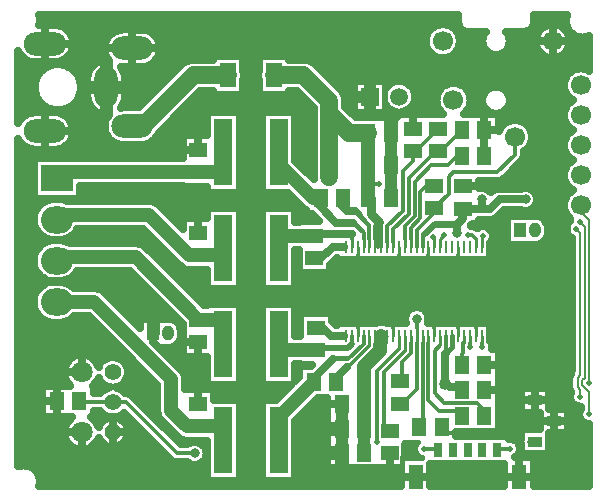
<source format=gbr>
G04 DipTrace 3.3.1.3*
G04 Bottom.gbr*
%MOIN*%
G04 #@! TF.FileFunction,Copper,L2,Bot*
G04 #@! TF.Part,Single*
G04 #@! TA.AperFunction,Conductor*
%ADD13C,0.01122*%
%ADD14C,0.012992*%
G04 #@! TA.AperFunction,CopperBalancing*
%ADD15C,0.03937*%
%ADD16C,0.025984*%
G04 #@! TA.AperFunction,Conductor*
%ADD17C,0.007874*%
G04 #@! TA.AperFunction,ViaPad*
%ADD20C,0.031496*%
G04 #@! TA.AperFunction,Conductor*
%ADD21C,0.059055*%
%ADD22C,0.015748*%
%ADD23C,0.023622*%
G04 #@! TA.AperFunction,ViaPad*
%ADD24C,0.019685*%
G04 #@! TA.AperFunction,CopperBalancing*
%ADD25C,0.047244*%
%ADD26C,0.043307*%
%ADD27C,0.003937*%
%ADD28C,0.025*%
%ADD29C,0.017717*%
%ADD31R,0.059055X0.051181*%
%ADD32R,0.051181X0.059055*%
%ADD37R,0.055118X0.082677*%
G04 #@! TA.AperFunction,ComponentPad*
%ADD40O,0.137795X0.07874*%
%ADD41O,0.07874X0.137795*%
%ADD42O,0.141732X0.07874*%
%ADD43C,0.066929*%
%ADD44R,0.066929X0.066929*%
%ADD45R,0.05937X0.05937*%
%ADD46C,0.05937*%
%ADD47R,0.106299X0.090551*%
%ADD48O,0.106299X0.090551*%
%ADD49R,0.031496X0.047244*%
%ADD50R,0.051181X0.084646*%
G04 #@! TA.AperFunction,ComponentPad*
%ADD51R,0.03937X0.051181*%
%ADD52O,0.03937X0.051181*%
%ADD53R,0.062992X0.224409*%
%ADD62R,0.049213X0.035433*%
%ADD67R,0.01122X0.03937*%
%ADD68R,0.334646X0.137795*%
G04 #@! TA.AperFunction,ComponentPad*
%ADD73C,0.055118*%
%ADD74C,0.070866*%
G04 #@! TA.AperFunction,ViaPad*
%ADD77C,0.04*%
%FSLAX26Y26*%
G04*
G70*
G90*
G75*
G01*
G04 Bottom*
%LPD*%
X1695290Y1223858D2*
D13*
Y1197677D1*
D14*
Y1174261D1*
X1793715Y1223858D2*
D13*
Y1197677D1*
D14*
Y1174261D1*
X1892140Y1223858D2*
D13*
Y1197677D1*
D14*
Y1174261D1*
X1667937Y1604213D2*
D15*
Y1495630D1*
Y1386375D1*
X1668140D1*
X1695290Y1197677D2*
D14*
Y1125433D1*
X1744503Y1076220D1*
X1793715Y1197677D2*
Y1125433D1*
X1744503Y1076220D1*
X1892140Y1197677D2*
Y1154576D1*
X1813785Y1076220D1*
X1744503D1*
X1675605Y928583D2*
D13*
Y954764D1*
D14*
Y1007323D1*
X1744503Y1076220D1*
X1505585Y699046D2*
D15*
Y618720D1*
Y538395D1*
X1505381D1*
X1557495Y1223858D2*
D13*
Y1197677D1*
D14*
Y1186072D1*
X1585772Y1157795D1*
X1662928D1*
X1744503Y1076220D1*
X1557495Y928583D2*
D13*
Y954764D1*
D14*
Y1004970D1*
X1628745Y1076220D1*
X1744503D1*
X1813400Y928583D2*
D13*
Y954764D1*
D14*
Y1007323D1*
X1744503Y1076220D1*
X1892140Y928583D2*
D13*
Y954764D1*
D14*
Y1027156D1*
X1843076Y1076220D1*
X1744503D1*
X1951196Y928583D2*
D13*
Y954764D1*
D14*
Y1056151D1*
X1931126Y1076220D1*
X1744503D1*
X1837740Y622362D2*
Y602677D1*
X2014906D1*
X2066087Y653858D1*
Y705039D1*
X2073961Y712913D1*
X2148764D1*
X1979472Y1527874D2*
D16*
Y1614488D1*
X1026717Y701102D2*
Y756220D1*
X875732Y907205D1*
Y935945D1*
X1852770Y928583D2*
D14*
Y869676D1*
D16*
X1849551Y866457D1*
Y771969D1*
X1865299Y756220D1*
X1892858D1*
X1900732Y748346D1*
X1904669D1*
X1849551Y768031D2*
D14*
Y771969D1*
X1872455Y928583D2*
D22*
Y889361D1*
X1852770Y869676D1*
X741283Y706614D2*
D14*
X784984D1*
X955850Y535748D1*
X1014906D1*
X741283Y706614D2*
X631441D1*
X629079Y708976D1*
X2117268Y1382205D2*
D16*
X2030654D1*
X1999157Y1350709D1*
X1966955D1*
X1908606D1*
Y1319213D1*
X1888921Y1299528D1*
D23*
X1814118D1*
D24*
X1782622Y1268031D1*
X1778685D1*
D14*
X1774030Y1263377D1*
Y1223858D1*
X1888921Y1271969D2*
D16*
Y1299528D1*
X1904669Y1315276D1*
Y1346772D1*
X1908606Y1350709D1*
X1971598Y1382205D2*
Y1355352D1*
D14*
X1966955Y1350709D1*
X1734660Y1223858D2*
D13*
Y1250039D1*
D14*
Y1286999D1*
X1766874Y1319213D1*
Y1405827D1*
X1786559Y1425512D1*
X1812596D1*
Y1427612D1*
X2329866Y771969D2*
D17*
Y1315276D1*
X2282622Y1362520D1*
X2302307D1*
X2133016Y575118D2*
D14*
X2148764D1*
X2286559Y1283780D2*
D17*
X2298370Y1271969D1*
Y795591D1*
X2290496Y787717D1*
Y756220D1*
X2298370Y748346D1*
Y724724D1*
X1932228Y890079D2*
D14*
Y901684D1*
X1931510Y902402D1*
D13*
Y928583D1*
X1621205Y575118D2*
D14*
Y811339D1*
X1695290Y885424D1*
D13*
Y928583D1*
X1537810D2*
D14*
Y899757D1*
D24*
X1524375Y886323D1*
X1419738D1*
Y880277D1*
D25*
X1313324D1*
X1294433Y899168D1*
X1924354Y1264094D2*
D14*
X1937140D1*
X1951196Y1250039D1*
D13*
Y1223858D1*
X1971598Y890079D2*
D14*
Y901684D1*
X1970881Y902402D1*
D13*
Y928583D1*
Y1223858D2*
Y1260157D1*
X1975535D1*
X1125147Y1795591D2*
D21*
X1010969D1*
X841677Y1626299D1*
X806244D1*
X1734660Y928583D2*
D13*
Y902402D1*
D14*
Y869676D1*
X1703882Y838898D1*
Y779843D1*
X1699945Y775906D1*
X2298370Y1307402D2*
D17*
X2314118Y1291654D1*
Y787717D1*
X2306244Y779843D1*
Y764094D1*
X2329866Y740472D1*
Y665669D1*
X1778685Y551496D2*
D14*
X1821992D1*
X1825929Y547559D1*
X1877110Y535748D2*
Y545591D1*
X1875142Y547559D1*
X1924354Y535748D2*
Y547559D1*
X1975535Y535748D2*
Y545591D1*
X1973567Y547559D1*
X2066087Y551496D2*
X2026717D1*
X2022780Y547559D1*
X1593134Y1495630D2*
D25*
Y1604213D1*
Y1495630D2*
Y1386375D1*
X1593337D1*
X1463724Y1457008D2*
D21*
Y1669606D1*
Y1708976D1*
X1377110Y1795591D1*
X1278685D1*
X1616550Y1223858D2*
D13*
Y1250039D1*
D14*
Y1294873D1*
X1629079Y1307402D1*
D20*
X1601520Y1334961D1*
Y1386375D1*
X1593337D1*
X1636235Y1223858D2*
D13*
Y1250039D1*
D14*
Y1300245D1*
X1629079Y1307402D1*
X1625142Y1224724D2*
X1629079Y1307402D1*
X1593134Y1604213D2*
D21*
X1529118D1*
X1463724Y1669606D1*
X1580184Y538395D2*
D15*
Y618720D1*
X1580388D1*
Y699046D2*
D25*
Y618720D1*
X1655920Y928583D2*
D13*
X1636235D1*
X1616550D1*
X1636235D2*
D25*
X1633016Y878268D1*
X1580388Y825640D1*
Y699046D1*
D14*
D3*
X1629079Y1433386D2*
X1605457D1*
Y1398495D1*
X1593337Y1386375D1*
X1754345Y1223858D2*
Y1279125D1*
X1812596Y1337375D1*
Y1352808D1*
X1861362Y1401575D1*
Y1457008D1*
X1877110Y1472756D1*
X2022780D1*
X2081835Y1531811D1*
Y1590866D1*
X1714975Y1223858D2*
D13*
Y1250039D1*
D14*
Y1294873D1*
X1747189Y1327087D1*
Y1441260D1*
X1802307Y1496378D1*
X1857425D1*
X1904669Y1543622D1*
Y1527874D1*
X1754345Y928583D2*
D13*
Y902402D1*
D14*
Y751566D1*
X1703882Y701102D1*
X1699945D1*
X1754345Y928583D2*
D13*
Y954764D1*
D14*
Y983849D1*
X1755063Y984567D1*
X1714975Y928583D2*
D13*
Y877550D1*
D14*
X1644827Y807402D1*
Y610551D1*
X1664512D1*
X1833085Y928583D2*
D13*
Y897235D1*
D14*
X1814118Y878268D1*
Y736535D1*
X1845614Y705039D1*
X1955850D1*
X1975535Y685354D1*
X1979983Y660366D1*
X1793715Y928583D2*
D13*
Y902402D1*
D14*
Y713631D1*
X1829866Y677480D1*
X1905180D1*
Y660366D1*
X1904975Y831243D2*
Y866151D1*
X1908606Y869782D1*
Y902402D1*
D13*
X1911825D1*
Y928583D1*
X1774030D2*
Y902402D1*
D14*
Y646702D1*
X1762937Y635609D1*
Y622362D1*
X1411864Y773811D2*
D25*
X1294433Y656381D1*
Y579055D1*
X1577180Y928583D2*
D14*
Y901172D1*
X1524827Y848819D1*
X1474370D1*
D16*
X1411864Y786312D1*
D14*
Y773811D1*
X1522780Y823150D2*
D16*
X1486667Y787037D1*
D14*
Y773811D1*
X1596865Y928583D2*
D13*
Y893298D1*
D14*
X1486667Y783100D1*
Y773811D1*
X1518125Y928583D2*
D13*
X1511874D1*
D16*
X1469614D1*
X1443117Y955080D1*
D14*
X1419738D1*
X1577180Y1223858D2*
D13*
Y1250039D1*
D14*
Y1271064D1*
X1543127Y1305117D1*
D16*
X1486871D1*
X1430615Y1361373D1*
D14*
Y1383129D1*
X1433862Y1386375D1*
D25*
X1408373D1*
X1294433Y1500315D1*
Y1539395D1*
X1508665Y1386375D2*
D14*
X1499157D1*
Y1366457D1*
D16*
X1522993Y1342621D1*
X1549378D1*
D14*
X1596865Y1295134D1*
Y1250039D1*
D13*
Y1223858D1*
X1537810D2*
Y1250039D1*
D14*
Y1267613D1*
D16*
X1419738D1*
D14*
X1413487Y1261362D1*
D25*
X1294433D1*
Y1219282D1*
X1413487Y1186559D2*
D16*
X1437071D1*
X1474370Y1223858D1*
X1510969D1*
D13*
X1518125D1*
X1109394Y579055D2*
D25*
Y626299D1*
X1026717D1*
X987346D1*
X936165Y677480D1*
Y783780D1*
X680260Y1039685D1*
X554276D1*
X1109394Y899168D2*
Y980630D1*
X1026717D1*
X818055Y1189291D1*
X581835D1*
X570024Y1177480D1*
X554276D1*
X1109394Y1539395D2*
Y1472756D1*
X1026717D1*
X589709D1*
D14*
Y1484567D1*
X554276D1*
Y1453071D1*
X1109394Y1219282D2*
D25*
Y1197165D1*
X1026717D1*
X995220D1*
X861362Y1331024D1*
X554276D1*
Y1315276D1*
X1675605Y1223858D2*
D13*
Y1240472D1*
D14*
Y1283062D1*
X1727504Y1334961D1*
Y1453071D1*
X1818055Y1543622D1*
X1825929D1*
X1833803D1*
X1904669Y1614488D1*
X1825929Y1618425D2*
X1751126Y1543622D1*
X1743252D1*
X1655920Y1223858D2*
D13*
Y1240472D1*
D14*
Y1292896D1*
X1707819Y1344795D1*
Y1476693D1*
X1743252Y1512126D1*
Y1543622D1*
X1845614Y1264094D2*
D13*
X1833085Y1251566D1*
Y1223858D1*
X1810181Y1256220D2*
D14*
X1813400Y1253001D1*
D13*
Y1223858D1*
D15*
X1463724Y1457008D3*
D77*
X1849551Y768031D3*
X2321992Y594803D3*
D24*
X1975535Y1260157D3*
X1971598Y890079D3*
X1924354Y1264094D3*
X1932228Y890079D3*
X1845614Y1264094D3*
X1810181Y1256220D3*
X2298370Y724724D3*
X2329866Y771969D3*
Y665669D3*
X2298370Y1307402D3*
X2286559Y1283780D3*
D15*
X1633016Y878268D3*
D20*
X1755063Y984567D3*
D77*
X1814118Y1043622D3*
D20*
X2117268Y1382205D3*
D24*
X1629079Y1433386D3*
D20*
X1971598Y1382205D3*
D77*
X2243252Y551496D3*
D20*
X1888921Y1271969D3*
D77*
X1207819Y697165D3*
X2188134Y1075118D3*
X1680260D3*
D20*
X1014906Y535748D3*
D77*
X1566087Y1075118D3*
X1947976D3*
X2188134Y866457D3*
X877110Y468819D3*
D20*
X1199945Y1468819D3*
D77*
X660575Y1111535D3*
D20*
X1231441Y1421575D3*
D77*
X1207819Y468819D3*
Y778530D3*
X660575Y1396969D3*
Y1539685D3*
Y968819D3*
D24*
X2133016Y575118D3*
X1081835Y1722756D3*
D77*
X660575Y1254252D3*
X1270811Y1966850D3*
D24*
X1109394Y1722756D3*
D20*
X1172386Y1421575D3*
X1207819Y980630D3*
D24*
X1778685Y551496D3*
X1877110Y535748D3*
X1924354D3*
X1975535D3*
D77*
X1434197Y689291D3*
D24*
X2066087Y551496D3*
D77*
X1434197Y590866D3*
D24*
X1066087Y1870394D3*
D77*
X1727504Y1966850D3*
D24*
X1109394Y1870394D3*
D77*
X2070024Y1075118D3*
Y866457D3*
X2077898Y645984D3*
D24*
X1621205Y575118D3*
X1081835Y1677480D3*
X1109394D3*
X1095614Y1699134D3*
X1066087Y1911732D3*
X1109394D3*
X1087740Y1892047D3*
X1476736Y855546D2*
D27*
X1528260D1*
X1476736Y851740D2*
X1528260D1*
X1528650Y859352D2*
X1476346D1*
X1476339Y850793D1*
X1528650Y850787D1*
X1528657Y859346D1*
X500487Y1970820D2*
D28*
X1889803D1*
X2147858D2*
X2249219D1*
X593499Y1945951D2*
X755396D1*
X857068D2*
X1795392D1*
X1887949D2*
X1904731D1*
X2132966D2*
X2161554D1*
X608606Y1921083D2*
X722168D1*
X890333D2*
X1783514D1*
X1899827D2*
X1971655D1*
X2066042D2*
X2149676D1*
X2265953D2*
X2327841D1*
X611333Y1896214D2*
X712335D1*
X900165D2*
X1784016D1*
X1899324D2*
X1972301D1*
X2065396D2*
X2150179D1*
X2265487D2*
X2327841D1*
X603654Y1871345D2*
X713304D1*
X899196D2*
X1797365D1*
X1886011D2*
X1990853D1*
X2046808D2*
X2163492D1*
X2252138D2*
X2327841D1*
X428719Y1846476D2*
X451565D1*
X578248D2*
X701534D1*
X886816D2*
X994170D1*
X1178519D2*
X1225300D1*
X1393896D2*
X2327841D1*
X428719Y1821608D2*
X513932D1*
X602470D2*
X665686D1*
X773566D2*
X959721D1*
X1178519D2*
X1225300D1*
X1428345D2*
X2327841D1*
X428719Y1796739D2*
X489530D1*
X626871D2*
X655387D1*
X783865D2*
X934853D1*
X1180492D2*
X1223326D1*
X1453212D2*
X2254494D1*
X428719Y1771870D2*
X479698D1*
X636703D2*
X654418D1*
X784833D2*
X909985D1*
X1178519D2*
X1225300D1*
X1478080D2*
X1542085D1*
X1653087D2*
X1669259D1*
X1722738D2*
X2243801D1*
X428719Y1747001D2*
X478657D1*
X637744D2*
X654418D1*
X784833D2*
X885118D1*
X1178519D2*
X1225300D1*
X1502948D2*
X1542085D1*
X1746601D2*
X1829195D1*
X1925018D2*
X1985327D1*
X2052371D2*
X2245164D1*
X428719Y1722133D2*
X486014D1*
X630424D2*
X654598D1*
X784654D2*
X860250D1*
X1014743D2*
X1373322D1*
X1517409D2*
X1542085D1*
X1751446D2*
X1818573D1*
X1935639D2*
X1971188D1*
X2066509D2*
X2259877D1*
X428719Y1697264D2*
X505283D1*
X611154D2*
X661774D1*
X777477D2*
X835382D1*
X989876D2*
X1398190D1*
X1519096D2*
X1542085D1*
X1743838D2*
X1820008D1*
X1934204D2*
X1972983D1*
X2064715D2*
X2254889D1*
X428719Y1672395D2*
X470619D1*
X559194D2*
X685781D1*
X965008D2*
X1052087D1*
X1166713D2*
X1237106D1*
X1351768D2*
X1408381D1*
X1653087D2*
X1685012D1*
X1706985D2*
X1834828D1*
X1919420D2*
X1994370D1*
X2043328D2*
X2243872D1*
X599527Y1647526D2*
X715206D1*
X940140D2*
X1052087D1*
X1166713D2*
X1237106D1*
X1351768D2*
X1408381D1*
X2030876D2*
X2075468D1*
X2088197D2*
X2245021D1*
X610436Y1622657D2*
X711618D1*
X915272D2*
X1052087D1*
X1166713D2*
X1237106D1*
X1351768D2*
X1408381D1*
X2131387D2*
X2259374D1*
X610293Y1597789D2*
X718364D1*
X894101D2*
X1052087D1*
X1166713D2*
X1237106D1*
X1351768D2*
X1408381D1*
X2140717D2*
X2255283D1*
X599061Y1572920D2*
X741330D1*
X871171D2*
X971347D1*
X1166713D2*
X1237106D1*
X1351768D2*
X1408381D1*
X2138205D2*
X2243980D1*
X428719Y1548051D2*
X475930D1*
X553883D2*
X971347D1*
X1166713D2*
X1237106D1*
X1351768D2*
X1408381D1*
X2121663D2*
X2244877D1*
X428719Y1523182D2*
X971347D1*
X1166713D2*
X1237106D1*
X1351768D2*
X1408381D1*
X2112871D2*
X2258836D1*
X428719Y1498314D2*
X475284D1*
X1166713D2*
X1237106D1*
X1365332D2*
X1408381D1*
X2093027D2*
X2255714D1*
X428719Y1473445D2*
X475284D1*
X1166713D2*
X1237106D1*
X1390200D2*
X1408381D1*
X2068160D2*
X2244088D1*
X428719Y1448576D2*
X475284D1*
X1166713D2*
X1237106D1*
X2042754D2*
X2244769D1*
X428719Y1423707D2*
X475284D1*
X633259D2*
X1052087D1*
X1166713D2*
X1237106D1*
X1963952D2*
X2258334D1*
X428719Y1398839D2*
X475284D1*
X633259D2*
X1327031D1*
X2155143D2*
X2256145D1*
X428719Y1373970D2*
X508370D1*
X882833D2*
X1351899D1*
X2157978D2*
X2244195D1*
X428719Y1349101D2*
X484219D1*
X912186D2*
X1052087D1*
X1166713D2*
X1237106D1*
X1351768D2*
X1377341D1*
X2140538D2*
X2244626D1*
X428719Y1324232D2*
X475894D1*
X937054D2*
X1052087D1*
X1166713D2*
X1237106D1*
X1351768D2*
X1413907D1*
X2026534D2*
X2053256D1*
X2170465D2*
X2257867D1*
X428719Y1299364D2*
X477186D1*
X1166713D2*
X1237106D1*
X1941524D2*
X2053256D1*
X2192068D2*
X2254781D1*
X428719Y1274495D2*
X488741D1*
X619802D2*
X848982D1*
X1166713D2*
X1237106D1*
X2007946D2*
X2053256D1*
X2194292D2*
X2252233D1*
X428719Y1249626D2*
X523979D1*
X584564D2*
X873850D1*
X1166713D2*
X1237106D1*
X2009489D2*
X2053256D1*
X2186757D2*
X2268597D1*
X428719Y1224757D2*
X494195D1*
X851327D2*
X898718D1*
X1166713D2*
X1237106D1*
X2002312D2*
X2268597D1*
X428719Y1199888D2*
X479052D1*
X876338D2*
X923585D1*
X1166713D2*
X1237106D1*
X2002312D2*
X2268597D1*
X428719Y1175020D2*
X475356D1*
X901206D2*
X948453D1*
X1166713D2*
X1237106D1*
X1479408D2*
X2268597D1*
X428719Y1150151D2*
X480990D1*
X926074D2*
X971347D1*
X1166713D2*
X1237106D1*
X1468858D2*
X2268597D1*
X428719Y1125282D2*
X499398D1*
X609180D2*
X813170D1*
X950977D2*
X1052087D1*
X1166713D2*
X1237106D1*
X1351768D2*
X2268597D1*
X428719Y1100413D2*
X511994D1*
X596549D2*
X838038D1*
X975845D2*
X1052087D1*
X1166713D2*
X1237106D1*
X1351768D2*
X2268597D1*
X428719Y1075545D2*
X485404D1*
X713065D2*
X862905D1*
X1000713D2*
X2268597D1*
X428719Y1050676D2*
X476181D1*
X738148D2*
X887773D1*
X1025580D2*
X2268597D1*
X428719Y1025807D2*
X476720D1*
X763016D2*
X912641D1*
X1166713D2*
X1237106D1*
X1351768D2*
X2268597D1*
X428719Y1000938D2*
X487306D1*
X787919D2*
X937509D1*
X1166713D2*
X1237106D1*
X1351768D2*
X1364387D1*
X1475102D2*
X1717092D1*
X1793035D2*
X2268597D1*
X428719Y976070D2*
X518238D1*
X590341D2*
X674980D1*
X812787D2*
X830215D1*
X1166713D2*
X1237106D1*
X1351768D2*
X1364387D1*
X1475999D2*
X1714437D1*
X1795691D2*
X2268597D1*
X428719Y951201D2*
X699848D1*
X1166713D2*
X1237106D1*
X1351768D2*
X1364387D1*
X2002312D2*
X2268597D1*
X428719Y926332D2*
X724715D1*
X1166713D2*
X1237106D1*
X2002312D2*
X2268597D1*
X428719Y901463D2*
X749583D1*
X1166713D2*
X1237106D1*
X2005255D2*
X2268597D1*
X428719Y876594D2*
X774451D1*
X912258D2*
X971347D1*
X1166713D2*
X1237106D1*
X2031199D2*
X2268597D1*
X428719Y851726D2*
X597972D1*
X678293D2*
X715242D1*
X767322D2*
X799319D1*
X937126D2*
X1052087D1*
X1166713D2*
X1237106D1*
X2031199D2*
X2268597D1*
X428719Y826857D2*
X580461D1*
X790467D2*
X824186D1*
X961994D2*
X1052087D1*
X1166713D2*
X1237106D1*
X1351768D2*
X1398549D1*
X2031199D2*
X2268597D1*
X428719Y801988D2*
X577052D1*
X794450D2*
X849054D1*
X981945D2*
X1052087D1*
X1166713D2*
X1237106D1*
X2031199D2*
X2264757D1*
X428719Y777119D2*
X584803D1*
X785264D2*
X873922D1*
X985605D2*
X1052087D1*
X1166713D2*
X1237106D1*
X2030876D2*
X2260738D1*
X428719Y752251D2*
X502843D1*
X680482D2*
X716283D1*
X766281D2*
X886732D1*
X985605D2*
X1321398D1*
X2030876D2*
X2098326D1*
X2199209D2*
X2261025D1*
X428719Y727382D2*
X502843D1*
X808876D2*
X886732D1*
X1082062D2*
X1296530D1*
X2030876D2*
X2098326D1*
X2199209D2*
X2262819D1*
X428719Y702513D2*
X502843D1*
X833744D2*
X886732D1*
X1166713D2*
X1237106D1*
X1409469D2*
X1454169D1*
X2031414D2*
X2098326D1*
X2199209D2*
X2271252D1*
X428719Y677644D2*
X502843D1*
X858647D2*
X886732D1*
X1166713D2*
X1237106D1*
X1384602D2*
X1454169D1*
X2031414D2*
X2098326D1*
X2262185D2*
X2296443D1*
X428719Y652776D2*
X599264D1*
X677001D2*
X717359D1*
X765205D2*
X794151D1*
X1166713D2*
X1237106D1*
X1359734D2*
X1454169D1*
X2031414D2*
X2161339D1*
X2262185D2*
X2296801D1*
X428719Y627907D2*
X580856D1*
X790001D2*
X819019D1*
X1166713D2*
X1237106D1*
X1351768D2*
X1454169D1*
X2031414D2*
X2161339D1*
X2262185D2*
X2327841D1*
X428719Y603038D2*
X576980D1*
X794558D2*
X843887D1*
X1166713D2*
X1237106D1*
X1351768D2*
X1454169D1*
X1889169D2*
X2098326D1*
X2262185D2*
X2327841D1*
X428719Y578169D2*
X584229D1*
X785982D2*
X868754D1*
X958118D2*
X971347D1*
X1166713D2*
X1237106D1*
X1351768D2*
X1453954D1*
X2199209D2*
X2327841D1*
X428719Y553301D2*
X610927D1*
X665339D2*
X893622D1*
X1166713D2*
X1237106D1*
X1351768D2*
X1453954D1*
X2199209D2*
X2327841D1*
X428719Y528432D2*
X918490D1*
X1166713D2*
X1237106D1*
X1351768D2*
X1453954D1*
X2092417D2*
X2327841D1*
X428719Y503563D2*
X990258D1*
X1039575D2*
X1052087D1*
X1166713D2*
X1237106D1*
X1351768D2*
X1453954D1*
X2147033D2*
X2327841D1*
X486600Y478694D2*
X1052087D1*
X1166713D2*
X1237106D1*
X1351768D2*
X1699725D1*
X1802545D2*
X2044213D1*
X2147033D2*
X2327841D1*
X499913Y453825D2*
X1052087D1*
X1166713D2*
X1237106D1*
X1351768D2*
X1699725D1*
X1802545D2*
X2044213D1*
X2147033D2*
X2327841D1*
X499949Y428957D2*
X1699725D1*
X1802545D2*
X2044213D1*
X2147033D2*
X2327841D1*
X1692235Y1667342D2*
X1843228Y1667343D1*
X1836953Y1672756D1*
X1831165Y1679532D1*
X1826509Y1687131D1*
X1823098Y1695364D1*
X1821018Y1704029D1*
X1820319Y1712913D1*
X1821018Y1721798D1*
X1823098Y1730463D1*
X1826509Y1738696D1*
X1831165Y1746294D1*
X1836953Y1753071D1*
X1843729Y1758859D1*
X1851328Y1763515D1*
X1859561Y1766925D1*
X1868226Y1769006D1*
X1877110Y1769705D1*
X1885994Y1769006D1*
X1894660Y1766925D1*
X1902893Y1763515D1*
X1910491Y1758859D1*
X1917268Y1753071D1*
X1923055Y1746294D1*
X1927712Y1738696D1*
X1931122Y1730463D1*
X1933202Y1721798D1*
X1933902Y1712913D1*
X1933202Y1704029D1*
X1931122Y1695364D1*
X1927712Y1687131D1*
X1923055Y1679532D1*
X1917268Y1672756D1*
X1910970Y1667346D1*
X2011632Y1667385D1*
X2004598Y1669074D1*
X1997915Y1671842D1*
X1991748Y1675621D1*
X1986248Y1680319D1*
X1981550Y1685819D1*
X1977771Y1691986D1*
X1975003Y1698669D1*
X1973314Y1705702D1*
X1972747Y1712913D1*
X1973314Y1720124D1*
X1975003Y1727158D1*
X1977771Y1733840D1*
X1981550Y1740008D1*
X1986248Y1745508D1*
X1991748Y1750206D1*
X1997915Y1753985D1*
X2004598Y1756753D1*
X2011632Y1758442D1*
X2018843Y1759009D1*
X2026053Y1758442D1*
X2033087Y1756753D1*
X2039770Y1753985D1*
X2045937Y1750206D1*
X2051437Y1745508D1*
X2056135Y1740008D1*
X2059914Y1733840D1*
X2062682Y1727158D1*
X2064371Y1720124D1*
X2064938Y1712913D1*
X2064371Y1705702D1*
X2062682Y1698669D1*
X2059914Y1691986D1*
X2056135Y1685819D1*
X2051437Y1680319D1*
X2045937Y1675621D1*
X2039770Y1671842D1*
X2033087Y1669074D1*
X2025702Y1667344D1*
X2028390Y1667342D1*
Y1610079D1*
X2031233Y1616649D1*
X2035889Y1624247D1*
X2041677Y1631024D1*
X2048454Y1636811D1*
X2056052Y1641468D1*
X2064285Y1644878D1*
X2072951Y1646958D1*
X2081835Y1647657D1*
X2090719Y1646958D1*
X2099384Y1644878D1*
X2107617Y1641468D1*
X2115216Y1636811D1*
X2121992Y1631024D1*
X2127780Y1624247D1*
X2132436Y1616649D1*
X2135846Y1608416D1*
X2137927Y1599750D1*
X2138626Y1590866D1*
X2137927Y1581982D1*
X2135846Y1573317D1*
X2132436Y1565083D1*
X2127780Y1557485D1*
X2121992Y1550709D1*
X2115216Y1544921D1*
X2111667Y1542550D1*
X2111566Y1529471D1*
X2110833Y1524849D1*
X2109387Y1520398D1*
X2107263Y1516229D1*
X2104512Y1512443D1*
X2050957Y1458757D1*
X2042148Y1450078D1*
X2038362Y1447328D1*
X2034192Y1445203D1*
X2029742Y1443757D1*
X2025119Y1443025D1*
X1961453Y1442933D1*
X1961461Y1419935D1*
X1968533Y1421159D1*
X1974664D1*
X1980720Y1420200D1*
X1986552Y1418305D1*
X1992015Y1415521D1*
X1996975Y1411917D1*
X2001311Y1407582D1*
X2002788Y1405709D1*
X2007066Y1409822D1*
X2011677Y1413172D1*
X2016755Y1415759D1*
X2022175Y1417520D1*
X2027804Y1418412D1*
X2076585Y1418524D1*
X2102888D1*
X2108146Y1420200D1*
X2114202Y1421159D1*
X2120333D1*
X2126390Y1420200D1*
X2132221Y1418305D1*
X2137684Y1415521D1*
X2142645Y1411917D1*
X2146980Y1407582D1*
X2150584Y1402621D1*
X2153368Y1397158D1*
X2155263Y1391327D1*
X2156222Y1385270D1*
Y1379139D1*
X2155263Y1373083D1*
X2153368Y1367251D1*
X2150584Y1361788D1*
X2146980Y1356828D1*
X2142645Y1352492D1*
X2137684Y1348888D1*
X2132221Y1346104D1*
X2126390Y1344210D1*
X2120333Y1343250D1*
X2114202D1*
X2108146Y1344210D1*
X2102910Y1345884D1*
X2045679Y1345886D1*
X2022745Y1323091D1*
X2018134Y1319742D1*
X2013056Y1317154D1*
X2007636Y1315393D1*
X2002007Y1314502D1*
X1961465Y1314390D1*
X1961461Y1301791D1*
X1940469D1*
X1937989Y1297865D1*
X1936216Y1295617D1*
X1937048Y1294739D1*
X1939480Y1293826D1*
X1944102Y1293093D1*
X1948553Y1291647D1*
X1952723Y1289523D1*
X1954677Y1288216D1*
X1958205Y1288439D1*
X1962842Y1290802D1*
X1967792Y1292410D1*
X1972933Y1293225D1*
X1978138D1*
X1983279Y1292410D1*
X1988229Y1290802D1*
X1992866Y1288439D1*
X1997077Y1285380D1*
X2000758Y1281699D1*
X2003817Y1277488D1*
X2006180Y1272851D1*
X2007788Y1267901D1*
X2008602Y1262760D1*
Y1257555D1*
X2007788Y1252414D1*
X2006180Y1247464D1*
X2003817Y1242827D1*
X2000758Y1238616D1*
X1999811Y1237592D1*
X1999818Y1180846D1*
X1882888D1*
X1745093Y1180882D1*
X1686038D1*
X1607298D1*
X1548243D1*
X1489188Y1180846D1*
Y1187341D1*
X1466349Y1164474D1*
X1466341Y1137642D1*
X1360633D1*
Y1214418D1*
X1349290Y1214413D1*
X1349256Y1083750D1*
X1239611D1*
Y1354813D1*
X1349256D1*
Y1308343D1*
X1360639Y1308311D1*
X1360633Y1310279D1*
X1430356D1*
X1407096Y1333529D1*
X1384945Y1333521D1*
Y1345686D1*
X1380777Y1348393D1*
X1375175Y1353177D1*
X1324503Y1403849D1*
X1239611Y1403863D1*
Y1674926D1*
X1349256D1*
Y1511904D1*
X1411390Y1449753D1*
X1410870Y1457008D1*
Y1687082D1*
X1355228Y1742726D1*
X1329564Y1742736D1*
X1329571Y1730925D1*
X1227799D1*
Y1781271D1*
X1226481Y1787322D1*
X1225831Y1795591D1*
X1226481Y1803859D1*
X1227797Y1809723D1*
X1227799Y1860256D1*
X1329571D1*
Y1848450D1*
X1381257Y1848282D1*
X1389449Y1846985D1*
X1397337Y1844422D1*
X1404727Y1840656D1*
X1411436Y1835781D1*
X1433971Y1813477D1*
X1503915Y1743303D1*
X1508790Y1736593D1*
X1512556Y1729203D1*
X1515118Y1721315D1*
X1516416Y1713123D1*
X1516579Y1691501D1*
X1551009Y1657069D1*
X1690393Y1657067D1*
X1690398Y1667342D1*
X1692235D1*
X1456670Y646192D2*
X1456668Y720953D1*
X1425435Y720956D1*
X1349275Y644827D1*
X1349256Y443523D1*
X1239610D1*
Y714586D1*
X1286224D1*
X1335302Y763645D1*
X1239610Y763636D1*
Y1034699D1*
X1349256D1*
Y927226D1*
X1366899D1*
X1366883Y1003997D1*
X1472592D1*
Y976976D1*
X1484657Y964903D1*
X1489171Y964902D1*
X1489188Y971594D1*
X1617635Y971690D1*
X1624607Y974069D1*
X1631866Y975328D1*
X1639233Y975436D1*
X1646525Y974390D1*
X1653564Y972216D1*
X1654973Y971592D1*
X1718175Y971594D1*
X1716469Y978454D1*
X1715988Y984567D1*
X1716469Y990680D1*
X1717901Y996642D1*
X1720247Y1002307D1*
X1723451Y1007535D1*
X1727433Y1012197D1*
X1732095Y1016179D1*
X1737323Y1019383D1*
X1742988Y1021729D1*
X1748950Y1023161D1*
X1755063Y1023642D1*
X1761176Y1023161D1*
X1767138Y1021729D1*
X1772803Y1019383D1*
X1778031Y1016179D1*
X1782693Y1012197D1*
X1786675Y1007535D1*
X1789879Y1002307D1*
X1792225Y996642D1*
X1793657Y990680D1*
X1794138Y984567D1*
X1793657Y978454D1*
X1791898Y971604D1*
X1999818Y971594D1*
X1999962Y910899D1*
X2001055Y906340D1*
X2003851Y897822D1*
X2004665Y892681D1*
Y887476D1*
X2004352Y884097D1*
X2028696D1*
Y778388D1*
X2028387D1*
X2028390Y713220D1*
X2028901D1*
Y607512D1*
X1886671Y607511D1*
X1886657Y594513D1*
X2061854Y594508D1*
Y584424D1*
X2068689Y584563D1*
X2073830Y583749D1*
X2078780Y582140D1*
X2083418Y579778D1*
X2087628Y576718D1*
X2091309Y573038D1*
X2094368Y568827D1*
X2096731Y564189D1*
X2098339Y559239D1*
X2099154Y554098D1*
Y548894D1*
X2098339Y543753D1*
X2096731Y538803D1*
X2094368Y534165D1*
X2091309Y529954D1*
X2087628Y526274D1*
X2082770Y522852D1*
X2144532Y522854D1*
Y426204D1*
X2330311Y426201D1*
X2330335Y632487D1*
X2324677Y632908D1*
X2319616Y634123D1*
X2314808Y636115D1*
X2310370Y638835D1*
X2306412Y642215D1*
X2303032Y646173D1*
X2300312Y650611D1*
X2298320Y655419D1*
X2297105Y660480D1*
X2296697Y665669D1*
X2297105Y670858D1*
X2298320Y675919D1*
X2300312Y680728D1*
X2302608Y684531D1*
X2300973Y691657D1*
X2295768D1*
X2290627Y692472D1*
X2285677Y694080D1*
X2281039Y696443D1*
X2276828Y699502D1*
X2273148Y703183D1*
X2270089Y707394D1*
X2267726Y712031D1*
X2266117Y716981D1*
X2265303Y722122D1*
Y727327D1*
X2266117Y732468D1*
X2267726Y737418D1*
X2268786Y739718D1*
X2266204Y743843D1*
X2264567Y747795D1*
X2263568Y751955D1*
X2263233Y756229D1*
X2263316Y789856D1*
X2263986Y794081D1*
X2265308Y798150D1*
X2267250Y801962D1*
X2269770Y805429D1*
X2271106Y813963D1*
Y1254442D1*
X2267063Y1256945D1*
X2263105Y1260325D1*
X2259725Y1264283D1*
X2257005Y1268721D1*
X2255013Y1273530D1*
X2253798Y1278591D1*
X2253390Y1283780D1*
X2253798Y1288968D1*
X2255013Y1294029D1*
X2257005Y1298838D1*
X2259725Y1303276D1*
X2263105Y1307234D1*
X2265249Y1309184D1*
X2266117Y1315145D1*
X2266976Y1318062D1*
X2262150Y1322362D1*
X2256362Y1329139D1*
X2251706Y1336737D1*
X2248295Y1344970D1*
X2246215Y1353636D1*
X2245516Y1362520D1*
X2246215Y1371404D1*
X2248295Y1380069D1*
X2251706Y1388302D1*
X2256362Y1395901D1*
X2262150Y1402677D1*
X2268926Y1408465D1*
X2275415Y1412500D1*
X2268926Y1416575D1*
X2262150Y1422362D1*
X2256362Y1429139D1*
X2251706Y1436737D1*
X2248295Y1444970D1*
X2246215Y1453636D1*
X2245516Y1462520D1*
X2246215Y1471404D1*
X2248295Y1480069D1*
X2251706Y1488302D1*
X2256362Y1495901D1*
X2262150Y1502677D1*
X2268926Y1508465D1*
X2275415Y1512500D1*
X2268926Y1516575D1*
X2262150Y1522362D1*
X2256362Y1529139D1*
X2251706Y1536737D1*
X2248295Y1544970D1*
X2246215Y1553636D1*
X2245516Y1562520D1*
X2246215Y1571404D1*
X2248295Y1580069D1*
X2251706Y1588302D1*
X2256362Y1595901D1*
X2262150Y1602677D1*
X2268926Y1608465D1*
X2275415Y1612500D1*
X2268926Y1616575D1*
X2262150Y1622362D1*
X2256362Y1629139D1*
X2251706Y1636737D1*
X2248295Y1644970D1*
X2246215Y1653636D1*
X2245516Y1662520D1*
X2246215Y1671404D1*
X2248295Y1680069D1*
X2251706Y1688302D1*
X2256362Y1695901D1*
X2262150Y1702677D1*
X2268926Y1708465D1*
X2275415Y1712500D1*
X2268926Y1716575D1*
X2262150Y1722362D1*
X2256362Y1729139D1*
X2251706Y1736737D1*
X2248295Y1744970D1*
X2246215Y1753636D1*
X2245516Y1762520D1*
X2246215Y1771404D1*
X2248295Y1780069D1*
X2251706Y1788302D1*
X2256362Y1795901D1*
X2262150Y1802677D1*
X2268926Y1808465D1*
X2276524Y1813121D1*
X2284758Y1816531D1*
X2293423Y1818612D1*
X2302307Y1819311D1*
X2311191Y1818612D1*
X2319857Y1816531D1*
X2328090Y1813121D1*
X2330324Y1811870D1*
X2330335Y1927475D1*
X2323185Y1924553D1*
X2314820Y1922545D1*
X2306244Y1921870D1*
X2297668Y1922545D1*
X2289303Y1924553D1*
X2281355Y1927845D1*
X2274020Y1932340D1*
X2267478Y1937927D1*
X2261891Y1944469D1*
X2257397Y1951804D1*
X2254104Y1959752D1*
X2252096Y1968117D1*
X2251421Y1976693D1*
X2252096Y1985269D1*
X2254104Y1993634D1*
X2254867Y1995701D1*
X2145508Y1995689D1*
X2145429Y1971286D1*
X2143245Y1960898D1*
X2141912Y1958280D1*
X2136429Y1950350D1*
X2134194Y1948442D1*
X2126097Y1943218D1*
X2123303Y1942310D1*
X2113331Y1940571D1*
X2053153D1*
X2058146Y1933849D1*
X2061429Y1927404D1*
X2063665Y1920525D1*
X2064796Y1913380D1*
Y1906147D1*
X2063665Y1899003D1*
X2061429Y1892124D1*
X2058146Y1885679D1*
X2053894Y1879827D1*
X2048779Y1874712D1*
X2042928Y1870461D1*
X2036483Y1867177D1*
X2029603Y1864942D1*
X2022459Y1863810D1*
X2015226D1*
X2008082Y1864942D1*
X2001202Y1867177D1*
X1994758Y1870461D1*
X1988906Y1874712D1*
X1983791Y1879827D1*
X1979539Y1885679D1*
X1976256Y1892124D1*
X1974020Y1899003D1*
X1972889Y1906147D1*
Y1913380D1*
X1974020Y1920525D1*
X1976256Y1927404D1*
X1979539Y1933849D1*
X1983791Y1939701D1*
X1984588Y1940562D1*
X1922885Y1940657D1*
X1912497Y1942841D1*
X1909878Y1944175D1*
X1901948Y1949658D1*
X1900040Y1951893D1*
X1894816Y1959989D1*
X1893908Y1962784D1*
X1892169Y1972756D1*
Y1995686D1*
X496753Y1995689D1*
X498187Y1989206D1*
X498862Y1980630D1*
X498187Y1972054D1*
X496430Y1964579D1*
X550422Y1964458D1*
X557712Y1963558D1*
X564846Y1961812D1*
X571727Y1959244D1*
X578261Y1955889D1*
X584357Y1951792D1*
X589933Y1947011D1*
X594911Y1941611D1*
X599223Y1935665D1*
X602811Y1929256D1*
X605624Y1922471D1*
X607625Y1915404D1*
X608785Y1908151D1*
X609072Y1900053D1*
X608427Y1892736D1*
X606931Y1885545D1*
X604604Y1878579D1*
X601478Y1871932D1*
X597597Y1865697D1*
X593013Y1859958D1*
X587789Y1854794D1*
X581997Y1850277D1*
X575717Y1846469D1*
X569035Y1843421D1*
X562041Y1841175D1*
X554834Y1839763D1*
X547510Y1839203D1*
X479010Y1839347D1*
X471726Y1840291D1*
X464602Y1842080D1*
X457737Y1844690D1*
X451223Y1848085D1*
X445152Y1852218D1*
X439606Y1857033D1*
X434660Y1862464D1*
X430384Y1868435D1*
X426835Y1874866D1*
X426203Y1876242D1*
X426201Y1636178D1*
X429982Y1643360D1*
X434186Y1649383D1*
X439065Y1654873D1*
X444553Y1659755D1*
X450574Y1663962D1*
X457045Y1667435D1*
X463879Y1670128D1*
X470980Y1672004D1*
X478252Y1673036D1*
X488922Y1673248D1*
X550422Y1673119D1*
X557712Y1672219D1*
X564846Y1670474D1*
X571727Y1667905D1*
X578261Y1664550D1*
X584357Y1660454D1*
X589933Y1655672D1*
X594911Y1650272D1*
X599223Y1644326D1*
X602811Y1637917D1*
X605624Y1631132D1*
X607625Y1624065D1*
X608785Y1616813D1*
X609072Y1608714D1*
X608427Y1601398D1*
X606931Y1594207D1*
X604604Y1587240D1*
X601478Y1580594D1*
X597597Y1574358D1*
X593013Y1568619D1*
X587789Y1563456D1*
X581997Y1558939D1*
X575717Y1555130D1*
X569035Y1552082D1*
X562041Y1549836D1*
X554834Y1548424D1*
X547510Y1547864D1*
X479010Y1548009D1*
X471726Y1548953D1*
X464602Y1550742D1*
X457737Y1553351D1*
X451223Y1556746D1*
X445152Y1560880D1*
X439606Y1565695D1*
X434660Y1571125D1*
X430384Y1577097D1*
X426835Y1583528D1*
X426203Y1584903D1*
X426201Y493123D1*
X435463Y495408D1*
X444039Y496083D1*
X452616Y495408D1*
X460981Y493399D1*
X468928Y490107D1*
X476263Y485612D1*
X482805Y480025D1*
X488392Y473484D1*
X492887Y466149D1*
X496179Y458201D1*
X498187Y449836D1*
X498862Y441260D1*
X498187Y432684D1*
X496713Y426212D1*
X1702194Y426201D1*
X1702209Y486828D1*
X1629098Y486831D1*
X1629101Y485540D1*
X1456463D1*
X1456668Y600774D1*
Y646196D1*
X1405525Y831359D2*
X1366883D1*
Y833333D1*
X1349225Y833328D1*
X1349256Y777589D1*
X1362959Y791303D1*
X1362946Y826665D1*
X1400876D1*
X1054574Y856909D2*
X973863D1*
X973862Y967059D1*
X798621Y1142329D1*
X621087Y1142342D1*
X617650Y1137157D1*
X610659Y1128971D1*
X602473Y1121980D1*
X593294Y1116355D1*
X583349Y1112236D1*
X572881Y1109723D1*
X562150Y1108878D1*
X541019Y1109089D1*
X530387Y1110773D1*
X520149Y1114100D1*
X510557Y1118987D1*
X501848Y1125315D1*
X494236Y1132927D1*
X487908Y1141636D1*
X483021Y1151227D1*
X479695Y1161465D1*
X478011Y1172098D1*
Y1182863D1*
X479695Y1193495D1*
X483021Y1203733D1*
X487908Y1213325D1*
X494236Y1222034D1*
X501848Y1229646D1*
X510557Y1235973D1*
X520149Y1240861D1*
X530387Y1244187D1*
X541019Y1245871D1*
X562150Y1246083D1*
X567532Y1245871D1*
X578165Y1244187D1*
X588403Y1240861D1*
X597535Y1236230D1*
X821739Y1236096D1*
X829015Y1234943D1*
X836022Y1232666D1*
X842586Y1229322D1*
X848546Y1224992D1*
X870740Y1203002D1*
X1044171Y1029571D1*
X1054566Y1029547D1*
X1054571Y1034699D1*
X1164217D1*
Y763636D1*
X1054571D1*
Y856899D1*
X983113Y750020D2*
X1079571D1*
Y714588D1*
X1164217Y714586D1*
Y443523D1*
X1054571D1*
Y577407D1*
X973862Y577382D1*
Y581293D1*
X966032Y584467D1*
X959751Y588317D1*
X954149Y593101D1*
X900465Y646989D1*
X896135Y652950D1*
X892790Y659514D1*
X890514Y666520D1*
X889361Y673797D1*
X889216Y705039D1*
Y764356D1*
X660824Y992725D1*
X612188Y992736D1*
X606703Y987519D1*
X597994Y981192D1*
X588403Y976305D1*
X578165Y972978D1*
X567532Y971294D1*
X546402Y971083D1*
X541019Y971294D1*
X530387Y972978D1*
X520149Y976305D1*
X510557Y981192D1*
X501848Y987519D1*
X494236Y995131D1*
X487908Y1003840D1*
X483021Y1013432D1*
X479695Y1023670D1*
X478011Y1034303D1*
Y1045068D1*
X479695Y1055700D1*
X483021Y1065938D1*
X487908Y1075530D1*
X494236Y1084239D1*
X501848Y1091851D1*
X510557Y1098178D1*
X520149Y1103065D1*
X530387Y1106392D1*
X541019Y1108076D1*
X562150Y1108287D1*
X572881Y1107443D1*
X583349Y1104930D1*
X593294Y1100810D1*
X602473Y1095186D1*
X610659Y1088194D1*
X612101Y1086634D1*
X683943Y1086489D1*
X691220Y1085337D1*
X698226Y1083060D1*
X704791Y1079716D1*
X710751Y1075385D1*
X732945Y1053396D1*
X832741Y953600D1*
X832721Y984862D1*
X918744D1*
Y984295D1*
X925732Y984862D1*
X932461Y984333D1*
X939024Y982757D1*
X945259Y980174D1*
X951014Y976648D1*
X956146Y972264D1*
X960530Y967132D1*
X964056Y961377D1*
X966639Y955142D1*
X968215Y948579D1*
X968744Y941850D1*
X968612Y926665D1*
X967556Y919998D1*
X965470Y913579D1*
X962406Y907566D1*
X958439Y902105D1*
X953666Y897333D1*
X948206Y893366D1*
X942192Y890302D1*
X935773Y888216D1*
X929107Y887160D1*
X922358D1*
X918744Y887487D1*
Y887027D1*
X899317D1*
X971866Y814270D1*
X976196Y808310D1*
X979540Y801746D1*
X981817Y794740D1*
X982969Y787463D1*
X983114Y756220D1*
Y750013D1*
X975700Y1596476D2*
X1054566D1*
X1054571Y1674926D1*
X1164217D1*
Y1403863D1*
X1054571D1*
Y1423851D1*
X973862Y1423839D1*
Y1425812D1*
X630735Y1425807D1*
X630752Y1384468D1*
X477800D1*
Y1521673D1*
X630752D1*
Y1519699D1*
X973849Y1519705D1*
X973862Y1596476D1*
X975700D1*
Y1320886D2*
X1054566D1*
X1054571Y1354813D1*
X1164217D1*
Y1083750D1*
X1054571D1*
Y1148234D1*
X973862Y1148248D1*
Y1155389D1*
X967625Y1159183D1*
X962023Y1163968D1*
X841928Y1284062D1*
X623271Y1284075D1*
X617650Y1274952D1*
X610659Y1266766D1*
X602473Y1259775D1*
X593294Y1254150D1*
X583349Y1250031D1*
X572881Y1247518D1*
X562150Y1246673D1*
X541019Y1246885D1*
X530387Y1248569D1*
X520149Y1251895D1*
X510557Y1256782D1*
X501848Y1263110D1*
X494236Y1270722D1*
X487908Y1279431D1*
X483021Y1289023D1*
X479695Y1299261D1*
X478011Y1309893D1*
Y1320658D1*
X479695Y1331290D1*
X483021Y1341529D1*
X487908Y1351120D1*
X494236Y1359829D1*
X501848Y1367441D1*
X510557Y1373769D1*
X520149Y1378656D1*
X530387Y1381982D1*
X541019Y1383666D1*
X562150Y1383878D1*
X572881Y1383033D1*
X583349Y1380520D1*
X589874Y1377978D1*
X865046Y1377828D1*
X872322Y1376675D1*
X879329Y1374399D1*
X885893Y1371054D1*
X891853Y1366724D1*
X914047Y1344734D1*
X973854Y1284928D1*
X973862Y1320886D1*
X975700D1*
X589348Y761831D2*
X600077D1*
X594505Y767254D1*
X589935Y773004D1*
X586119Y779279D1*
X583116Y785981D1*
X580972Y793006D1*
X579721Y800242D1*
X579382Y807579D1*
X579961Y814900D1*
X581449Y822092D1*
X583823Y829042D1*
X587045Y835642D1*
X591065Y841789D1*
X595820Y847385D1*
X601237Y852345D1*
X607230Y856591D1*
X613705Y860055D1*
X620563Y862685D1*
X627695Y864439D1*
X634989Y865290D1*
X642333Y865224D1*
X649612Y864242D1*
X656711Y862360D1*
X663520Y859607D1*
X669932Y856027D1*
X675848Y851674D1*
X681174Y846618D1*
X685828Y840936D1*
X689737Y834718D1*
X692840Y828062D1*
X693891Y825138D1*
X695944Y829716D1*
X700116Y836524D1*
X705302Y842596D1*
X711374Y847782D1*
X718182Y851954D1*
X725559Y855009D1*
X733323Y856874D1*
X741283Y857500D1*
X749244Y856874D1*
X757008Y855009D1*
X764385Y851954D1*
X771193Y847782D1*
X777265Y842596D1*
X782451Y836524D1*
X786623Y829716D1*
X789679Y822339D1*
X791543Y814574D1*
X792169Y806614D1*
X791543Y798654D1*
X789679Y790890D1*
X786623Y783512D1*
X782451Y776704D1*
X777265Y770632D1*
X771193Y765447D1*
X764385Y761275D1*
X757008Y758219D1*
X750637Y756632D1*
X757008Y755009D1*
X764385Y751954D1*
X771193Y747782D1*
X777265Y742596D1*
X782512Y736433D1*
X789650Y736070D1*
X794200Y734977D1*
X798524Y733187D1*
X802514Y730741D1*
X806072Y727702D1*
X968186Y565588D1*
X989689Y565571D1*
X994489Y569065D1*
X999952Y571848D1*
X1005784Y573743D1*
X1011840Y574702D1*
X1017971D1*
X1024027Y573743D1*
X1029859Y571848D1*
X1035322Y569065D1*
X1040283Y565461D1*
X1044618Y561125D1*
X1048222Y556165D1*
X1051006Y550701D1*
X1052901Y544870D1*
X1053860Y538814D1*
Y532682D1*
X1052901Y526626D1*
X1051006Y520795D1*
X1048222Y515332D1*
X1044618Y510371D1*
X1040283Y506035D1*
X1035322Y502431D1*
X1029859Y499648D1*
X1024027Y497753D1*
X1017971Y496794D1*
X1011840D1*
X1005784Y497753D1*
X999952Y499648D1*
X994489Y502431D1*
X989670Y505924D1*
X953511Y506017D1*
X948888Y506749D1*
X944438Y508195D1*
X940268Y510320D1*
X936482Y513071D1*
X882797Y566626D1*
X778028Y671395D1*
X771193Y665447D1*
X764385Y661275D1*
X757008Y658219D1*
X750637Y656632D1*
X756628Y655131D1*
X763451Y652418D1*
X769812Y648751D1*
X775579Y644206D1*
X780633Y638879D1*
X784866Y632880D1*
X788193Y626334D1*
X790543Y619377D1*
X791867Y612155D1*
X792136Y604777D1*
X791342Y597478D1*
X789506Y590368D1*
X786666Y583597D1*
X782881Y577305D1*
X778230Y571624D1*
X772809Y566670D1*
X766732Y562549D1*
X760125Y559345D1*
X753126Y557126D1*
X745880Y555936D1*
X738539Y555802D1*
X731255Y556726D1*
X724179Y558689D1*
X717460Y561650D1*
X711236Y565547D1*
X705639Y570299D1*
X700783Y575807D1*
X696771Y581956D1*
X693896Y588093D1*
X691353Y581706D1*
X687830Y575262D1*
X683531Y569307D1*
X678523Y563936D1*
X672883Y559231D1*
X666701Y555266D1*
X660073Y552104D1*
X653101Y549793D1*
X645896Y548369D1*
X638570Y547856D1*
X631237Y548260D1*
X624012Y549577D1*
X617007Y551784D1*
X610332Y554848D1*
X604092Y558720D1*
X598383Y563341D1*
X593295Y568637D1*
X588908Y574527D1*
X585290Y580919D1*
X582498Y587711D1*
X580574Y594799D1*
X579550Y602072D1*
X579441Y609415D1*
X580249Y616715D1*
X581961Y623857D1*
X584551Y630729D1*
X587977Y637225D1*
X592188Y643243D1*
X597116Y648688D1*
X602685Y653476D1*
X606498Y656123D1*
X505358Y656122D1*
Y761831D1*
X589348D1*
X676154D2*
X677996D1*
Y736460D1*
X700116Y736524D1*
X705302Y742596D1*
X711374Y747782D1*
X718182Y751954D1*
X725559Y755009D1*
X731930Y756596D1*
X725559Y758219D1*
X718182Y761275D1*
X711374Y765447D1*
X705302Y770632D1*
X700116Y776704D1*
X695944Y783512D1*
X693909Y788122D1*
X691353Y781706D1*
X687830Y775262D1*
X683531Y769307D1*
X678523Y763936D1*
X676163Y761828D1*
X677996Y676821D2*
Y656122D1*
X669932Y656027D1*
X675848Y651674D1*
X681174Y646618D1*
X685828Y640936D1*
X689737Y634718D1*
X692840Y628062D1*
X693891Y625138D1*
X696752Y631237D1*
X700759Y637390D1*
X705610Y642902D1*
X711204Y647658D1*
X717424Y651560D1*
X724141Y654526D1*
X731215Y656494D1*
X731844Y656609D1*
X725559Y658219D1*
X718182Y661275D1*
X711374Y665447D1*
X705302Y670632D1*
X700055Y676795D1*
X678020Y676791D1*
X1083448Y1860256D2*
X1176033D1*
Y1809910D1*
X1177351Y1803859D1*
X1178001Y1795591D1*
X1177351Y1787322D1*
X1176035Y1781458D1*
X1176033Y1730925D1*
X1074261D1*
Y1742731D1*
X1032889Y1742736D1*
X894500Y1604375D1*
X891635Y1597835D1*
X886494Y1589447D1*
X880105Y1581966D1*
X872624Y1575576D1*
X864235Y1570436D1*
X855146Y1566671D1*
X845580Y1564374D1*
X835772Y1563602D1*
X776717D1*
X766909Y1564374D1*
X757342Y1566671D1*
X748253Y1570436D1*
X739864Y1575576D1*
X732383Y1581966D1*
X725994Y1589447D1*
X720853Y1597835D1*
X717088Y1606925D1*
X714792Y1616491D1*
X714020Y1626299D1*
X714792Y1636107D1*
X717088Y1645674D1*
X720853Y1654763D1*
X725994Y1663151D1*
X727006Y1664435D1*
X718901Y1664000D1*
X711575Y1664516D1*
X704358Y1665884D1*
X697352Y1668088D1*
X690651Y1671095D1*
X684348Y1674866D1*
X678529Y1679348D1*
X673274Y1684479D1*
X668655Y1690190D1*
X664736Y1696402D1*
X661570Y1703030D1*
X659201Y1709982D1*
X657661Y1717164D1*
X656972Y1724476D1*
X657020Y1789041D1*
X657834Y1796341D1*
X659497Y1803495D1*
X661985Y1810405D1*
X665264Y1816978D1*
X669290Y1823121D1*
X674006Y1828752D1*
X679348Y1833793D1*
X685243Y1838174D1*
X691610Y1841835D1*
X698362Y1844727D1*
X705405Y1846810D1*
X712644Y1848054D1*
X719978Y1848444D1*
X726944Y1848012D1*
X722734Y1854255D1*
X719375Y1860787D1*
X716803Y1867667D1*
X715054Y1874801D1*
X714151Y1882090D1*
X714106Y1889435D1*
X714921Y1896734D1*
X716584Y1903888D1*
X719072Y1910799D1*
X722351Y1917371D1*
X726376Y1923515D1*
X731092Y1929146D1*
X736435Y1934186D1*
X742330Y1938567D1*
X748697Y1942229D1*
X755448Y1945121D1*
X762492Y1947204D1*
X769731Y1948448D1*
X778554Y1948838D1*
X839792Y1948710D1*
X847082Y1947810D1*
X854216Y1946064D1*
X861097Y1943496D1*
X867631Y1940141D1*
X873727Y1936044D1*
X879303Y1931263D1*
X884281Y1925862D1*
X888593Y1919917D1*
X892181Y1913508D1*
X894994Y1906723D1*
X896995Y1899656D1*
X898155Y1892403D1*
X898442Y1884305D1*
X897797Y1876988D1*
X896301Y1869797D1*
X893974Y1862831D1*
X890848Y1856184D1*
X886967Y1849949D1*
X882383Y1844210D1*
X877159Y1839046D1*
X871367Y1834529D1*
X865087Y1830721D1*
X858405Y1827673D1*
X851412Y1825427D1*
X844204Y1824014D1*
X836880Y1823455D1*
X772317Y1823599D1*
X769396Y1823880D1*
X773419Y1817961D1*
X776817Y1811449D1*
X779430Y1804585D1*
X781223Y1797462D1*
X782170Y1790179D1*
X782327Y1774724D1*
X782085Y1721188D1*
X781012Y1713922D1*
X779098Y1706831D1*
X776367Y1700013D1*
X772857Y1693561D1*
X769395Y1688567D1*
X776736Y1688995D1*
X829646Y1688996D1*
X976642Y1835781D1*
X983352Y1840656D1*
X990742Y1844422D1*
X998630Y1846985D1*
X1006822Y1848282D1*
X1038528Y1848445D1*
X1074232D1*
X1074261Y1860256D1*
X1083448D1*
X635565Y1750133D2*
X634849Y1744082D1*
X633661Y1738107D1*
X632007Y1732243D1*
X629898Y1726527D1*
X627347Y1720995D1*
X624371Y1715679D1*
X620986Y1710613D1*
X617214Y1705829D1*
X613078Y1701355D1*
X608604Y1697219D1*
X603820Y1693447D1*
X598754Y1690063D1*
X593439Y1687086D1*
X587906Y1684535D1*
X582190Y1682426D1*
X576326Y1680772D1*
X570351Y1679584D1*
X564300Y1678868D1*
X558213Y1678629D1*
X552125Y1678868D1*
X546075Y1679584D1*
X540099Y1680772D1*
X534235Y1682426D1*
X528519Y1684535D1*
X522987Y1687086D1*
X517671Y1690063D1*
X512605Y1693447D1*
X507821Y1697219D1*
X503347Y1701355D1*
X499211Y1705829D1*
X495439Y1710613D1*
X492055Y1715679D1*
X489078Y1720995D1*
X486527Y1726527D1*
X484418Y1732243D1*
X482765Y1738107D1*
X481576Y1744082D1*
X480860Y1750133D1*
X480621Y1756220D1*
X480860Y1762308D1*
X481576Y1768359D1*
X482765Y1774334D1*
X484418Y1780198D1*
X486527Y1785914D1*
X489078Y1791446D1*
X492055Y1796762D1*
X495439Y1801828D1*
X499211Y1806612D1*
X503347Y1811086D1*
X507821Y1815222D1*
X512605Y1818994D1*
X517671Y1822378D1*
X522987Y1825355D1*
X528519Y1827906D1*
X534235Y1830015D1*
X540099Y1831668D1*
X546075Y1832857D1*
X552125Y1833573D1*
X558213Y1833812D1*
X564300Y1833573D1*
X570351Y1832857D1*
X576326Y1831668D1*
X582190Y1830015D1*
X587906Y1827906D1*
X593439Y1825355D1*
X598754Y1822378D1*
X603820Y1818994D1*
X608604Y1815222D1*
X613078Y1811086D1*
X617214Y1806612D1*
X620986Y1801828D1*
X624371Y1796762D1*
X627347Y1791446D1*
X629898Y1785914D1*
X632007Y1780198D1*
X633661Y1774334D1*
X634849Y1768359D1*
X635565Y1762308D1*
X635804Y1756220D1*
X635565Y1750133D1*
X2264581Y1907927D2*
X2263869Y1900617D1*
X2262220Y1893461D1*
X2259661Y1886577D1*
X2256236Y1880081D1*
X2252001Y1874081D1*
X2247027Y1868678D1*
X2241397Y1863962D1*
X2235206Y1860012D1*
X2228557Y1856894D1*
X2221561Y1854660D1*
X2214335Y1853347D1*
X2207000Y1852978D1*
X2199679Y1853559D1*
X2192494Y1855079D1*
X2185566Y1857514D1*
X2179009Y1860822D1*
X2172935Y1864949D1*
X2167443Y1869826D1*
X2162627Y1875370D1*
X2158567Y1881489D1*
X2155330Y1888081D1*
X2152971Y1895036D1*
X2151529Y1902237D1*
X2151028Y1909564D1*
X2151477Y1916894D1*
X2152868Y1924105D1*
X2155178Y1931076D1*
X2158369Y1937691D1*
X2162386Y1943839D1*
X2167163Y1949417D1*
X2172620Y1954331D1*
X2178665Y1958501D1*
X2185198Y1961856D1*
X2192110Y1964339D1*
X2199284Y1965910D1*
X2206600Y1966542D1*
X2213937Y1966225D1*
X2221172Y1964963D1*
X2228184Y1962778D1*
X2234855Y1959707D1*
X2241073Y1955801D1*
X2246736Y1951124D1*
X2251748Y1945757D1*
X2256025Y1939787D1*
X2259497Y1933315D1*
X2262104Y1926449D1*
X2263803Y1919305D1*
X2264566Y1912001D1*
X2264581Y1907927D1*
X1898293Y1905308D2*
X1896899Y1896506D1*
X1894146Y1888031D1*
X1890100Y1880090D1*
X1884862Y1872881D1*
X1878560Y1866579D1*
X1871351Y1861341D1*
X1863410Y1857295D1*
X1854935Y1854542D1*
X1846133Y1853148D1*
X1837221D1*
X1828419Y1854542D1*
X1819944Y1857295D1*
X1812004Y1861341D1*
X1804794Y1866579D1*
X1798493Y1872881D1*
X1793255Y1880090D1*
X1789209Y1888031D1*
X1786455Y1896506D1*
X1785061Y1905308D1*
Y1914220D1*
X1786455Y1923021D1*
X1789209Y1931497D1*
X1793255Y1939437D1*
X1798493Y1946647D1*
X1804794Y1952948D1*
X1812004Y1958186D1*
X1819944Y1962232D1*
X1828419Y1964986D1*
X1837221Y1966380D1*
X1846133D1*
X1854935Y1964986D1*
X1863410Y1962232D1*
X1871351Y1958186D1*
X1878560Y1952948D1*
X1884862Y1946647D1*
X1890100Y1939437D1*
X1894146Y1931497D1*
X1896899Y1923021D1*
X1898293Y1914220D1*
Y1905308D1*
X1546411Y1777736D2*
X1650597D1*
X1650805Y1752423D1*
X1655695Y1759153D1*
X1661577Y1765035D1*
X1668307Y1769924D1*
X1675719Y1773701D1*
X1683630Y1776271D1*
X1691846Y1777573D1*
X1700165D1*
X1708381Y1776271D1*
X1716292Y1773701D1*
X1723704Y1769924D1*
X1730434Y1765035D1*
X1736316Y1759153D1*
X1741205Y1752423D1*
X1744982Y1745011D1*
X1747552Y1737100D1*
X1748854Y1728884D1*
Y1720565D1*
X1747552Y1712349D1*
X1744982Y1704438D1*
X1741205Y1697026D1*
X1736316Y1690296D1*
X1730434Y1684414D1*
X1723704Y1679524D1*
X1716292Y1675748D1*
X1708381Y1673177D1*
X1700165Y1671876D1*
X1691846D1*
X1683630Y1673177D1*
X1675719Y1675748D1*
X1668307Y1679524D1*
X1661577Y1684414D1*
X1655695Y1690296D1*
X1650591Y1697409D1*
X1650597Y1671712D1*
X1544574D1*
Y1777736D1*
X1546411D1*
X1836045Y500610D2*
X1800018D1*
X1800043Y426204D1*
X2046682Y426201D1*
X2046697Y500607D1*
X1836067Y500646D1*
X2064938Y1328760D2*
X2141776D1*
Y1328221D1*
X2148764Y1328760D1*
X2155492Y1328230D1*
X2162055Y1326655D1*
X2168291Y1324072D1*
X2174045Y1320545D1*
X2179178Y1316162D1*
X2183561Y1311030D1*
X2187088Y1305275D1*
X2189670Y1299039D1*
X2191246Y1292477D1*
X2191776Y1285748D1*
X2191643Y1270562D1*
X2190587Y1263896D1*
X2188502Y1257477D1*
X2185437Y1251463D1*
X2181470Y1246003D1*
X2176698Y1241231D1*
X2171237Y1237263D1*
X2165224Y1234199D1*
X2158805Y1232114D1*
X2152138Y1231058D1*
X2145389D1*
X2141764Y1231509D1*
X2141776Y1230925D1*
X2055752D1*
Y1328760D1*
X2064938D1*
X2110017Y616161D2*
X2163808D1*
X2163823Y671876D1*
X2100831Y671870D1*
Y753957D1*
X2196697D1*
X2196894Y685058D1*
X2259689D1*
Y602971D1*
X2196698D1*
X2196697Y534075D1*
X2100831D1*
X2100763Y567375D1*
X2099949Y572516D1*
Y577721D1*
X2100832Y583106D1*
X2100831Y616161D1*
X2110017D1*
X1743252Y1667307D2*
D16*
Y1618425D1*
X1456704Y699046D2*
X1505585D1*
X1667937Y1657031D2*
D25*
Y1604213D1*
X1456704Y618720D2*
X1505585D1*
X1505381Y538395D2*
Y485576D1*
X1456499Y538395D2*
X1505381D1*
X1979472Y748346D2*
D16*
X2028354D1*
X1908606Y1425512D2*
X1961425D1*
X1979778Y831243D2*
X2028660D1*
X1664512Y535748D2*
Y486866D1*
X1026717Y905827D2*
Y856945D1*
X973898Y905827D2*
X1026717D1*
Y749984D2*
Y701102D1*
Y1596440D2*
Y1547559D1*
X973898D2*
X1026717D1*
Y1320850D2*
Y1271969D1*
X554276Y761795D2*
Y656158D1*
X505394Y708976D2*
X554276D1*
X719630Y1848409D2*
D26*
Y1664032D1*
X656969Y1756220D2*
X782291D1*
X806244Y1948803D2*
D16*
Y1823481D1*
X714056Y1886142D2*
X898433D1*
X514906Y1964551D2*
Y1839229D1*
Y1901890D2*
X609063D1*
X514906Y1673212D2*
Y1547890D1*
Y1610551D2*
X609063D1*
X2207819Y1966519D2*
Y1853008D1*
X2151063Y1909764D2*
X2264574D1*
X1597585Y1777700D2*
D15*
Y1671748D1*
X1544610Y1724724D2*
X1597585D1*
X2095614Y522818D2*
D16*
Y457205D1*
X2046733D2*
X2144496D1*
X1702245D2*
X1800008D1*
X875732Y984826D2*
D26*
Y935945D1*
X1979472Y1667307D2*
D16*
Y1614488D1*
X2028354D1*
X2148764Y753921D2*
Y671906D1*
X2100867Y712913D2*
X2196661D1*
X2211756Y685022D2*
Y603007D1*
X2163859Y644014D2*
X2259653D1*
X741283Y657464D2*
Y555764D1*
Y606614D2*
X792133D1*
X638134D2*
Y547890D1*
X579410Y606614D2*
X638134D1*
Y865338D2*
Y806614D1*
X579410D2*
X638134D1*
X1710592Y564685D2*
D29*
X1750786D1*
X1710592Y547100D2*
X1747984D1*
X1710592Y529514D2*
X1757603D1*
X1759320Y573425D2*
X1746171D1*
X1746205Y572165D1*
X1713436D1*
X1713449Y565551D1*
X1708777D1*
X1708803Y520973D1*
X1773752Y520984D1*
X1771856Y523052D1*
X1767491Y524471D1*
X1763401Y526555D1*
X1759687Y529253D1*
X1756442Y532498D1*
X1753744Y536212D1*
X1751660Y540302D1*
X1750241Y544667D1*
X1749523Y549201D1*
Y553791D1*
X1750241Y558325D1*
X1751660Y562690D1*
X1753744Y566780D1*
X1756442Y570494D1*
X1759351Y573429D1*
D31*
X1743252Y1543622D3*
Y1618425D3*
D32*
X1593337Y1386375D3*
X1668140D3*
X1580388Y699046D3*
X1505585D3*
X1593134Y1495630D3*
X1667937D3*
X1593134Y1604213D3*
X1667937D3*
X1580388Y618720D3*
X1505585D3*
X1580184Y538395D3*
X1505381D3*
X1979472Y748346D3*
X1904669D3*
D31*
X1908606Y1425512D3*
Y1350709D3*
D32*
X1979983Y660366D3*
X1905180D3*
X1762937Y622362D3*
X1837740D3*
D31*
X1812596Y1352808D3*
Y1427612D3*
D32*
X1979472Y1527874D3*
X1904669D3*
X1904975Y831243D3*
X1979778D3*
D31*
X1413487Y1261362D3*
Y1186559D3*
X1699945Y701102D3*
Y775906D3*
X1664512Y535748D3*
Y610551D3*
D32*
X1433862Y1386375D3*
X1508665D3*
D31*
X1419738Y880277D3*
Y955080D3*
D32*
X1411864Y773811D3*
X1486667D3*
D31*
X1026717Y905827D3*
Y980630D3*
Y701102D3*
Y626299D3*
Y1547559D3*
Y1472756D3*
Y1271969D3*
Y1197165D3*
D32*
X629079Y708976D3*
X554276D3*
D37*
X1278685Y1795591D3*
X1125147D3*
D40*
X806244Y1626299D3*
D41*
X719630Y1756220D3*
D40*
X806244Y1886142D3*
D42*
X514906Y1901890D3*
Y1610551D3*
D43*
X2207819Y1909764D3*
X2081835Y1590866D3*
X1877110Y1712913D3*
X1841677Y1909764D3*
D44*
X2302307Y1862520D3*
D43*
Y1762520D3*
Y1662520D3*
Y1562520D3*
Y1462520D3*
Y1362520D3*
D45*
X1597585Y1724724D3*
D46*
X1696005D3*
D47*
X554276Y1453071D3*
D48*
Y1315276D3*
Y1177480D3*
Y1039685D3*
D49*
X1825929Y547559D3*
X1875142D3*
D50*
X2095614Y457205D3*
X1751126D3*
D49*
X1924354Y547559D3*
X2022780D3*
X1973567D3*
D51*
X875732Y935945D3*
D52*
X925732D3*
D51*
X2098764Y1279843D3*
D52*
X2148764D3*
D53*
X1294433Y899168D3*
X1109394D3*
X1294433Y579055D3*
X1109394D3*
X1294433Y1539395D3*
X1109394D3*
X1294433Y1219282D3*
X1109394D3*
D31*
X1825929Y1543622D3*
Y1618425D3*
D32*
X1979472Y1614488D3*
X1904669D3*
D62*
X2148764Y575118D3*
Y712913D3*
X2211756Y644014D3*
D67*
X1518125Y1223858D3*
X1537810D3*
X1557495D3*
X1577180D3*
X1596865D3*
X1616550D3*
X1636235D3*
X1655920D3*
X1675605D3*
X1695290D3*
X1714975D3*
X1734660D3*
X1754345D3*
X1774030D3*
X1793715D3*
X1813400D3*
X1833085D3*
X1852770D3*
X1872455D3*
X1892140D3*
X1911825D3*
X1931510D3*
X1951196D3*
X1970881D3*
Y928583D3*
X1951196D3*
X1931510D3*
X1911825D3*
X1892140D3*
X1872455D3*
X1852770D3*
X1833085D3*
X1813400D3*
X1793715D3*
X1774030D3*
X1754345D3*
X1734660D3*
X1714975D3*
X1695290D3*
X1675605D3*
X1655920D3*
X1636235D3*
X1616550D3*
X1596865D3*
X1577180D3*
X1557495D3*
X1537810D3*
X1518125D3*
D68*
X1744503Y1076220D3*
D73*
X741283Y606614D3*
Y706614D3*
Y806614D3*
D74*
X638134Y606614D3*
Y806614D3*
G36*
X1550339Y1315276D2*
X1581835Y1275906D1*
X1577898Y1268031D1*
X1542465Y1303465D1*
X1550339Y1315276D1*
G37*
G36*
X1554276Y1354646D2*
X1566087Y1346772D1*
X1570024Y1342835D1*
X1573961Y1331024D1*
X1589709Y1315276D1*
X1601520Y1299528D1*
X1597583Y1291654D1*
X1542465Y1342835D1*
X1554276Y1354646D1*
G37*
G36*
X1550339Y1264094D2*
X1546402Y1252283D1*
X1542465Y1236535D1*
X1534591D1*
X1530654Y1264094D1*
X1550339D1*
G37*
G36*
X1699945Y527874D2*
X1715693D1*
Y472756D1*
X1699945D1*
Y527874D1*
G37*
G36*
X1638921Y1752283D2*
X1658606D1*
Y1697165D1*
X1638921D1*
Y1752283D1*
G37*
M02*

</source>
